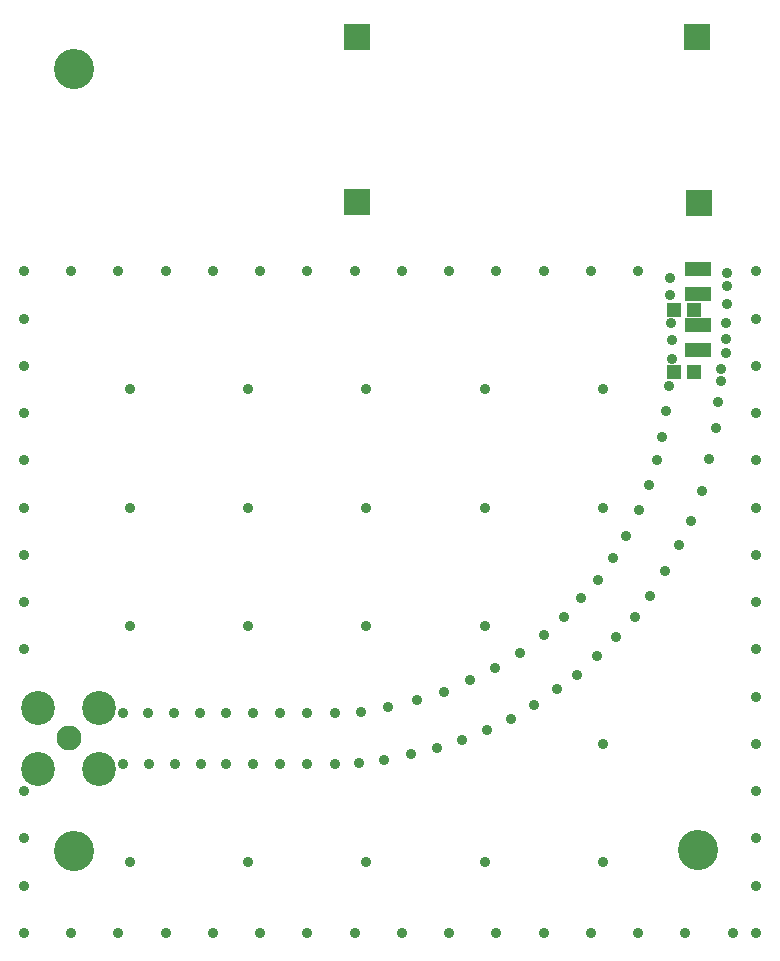
<source format=gbr>
G75*
%MOIN*%
%OFA0B0*%
%FSLAX25Y25*%
%IPPOS*%
%LPD*%
%AMOC8*
5,1,8,0,0,1.08239X$1,22.5*
%
%ADD10C,0.13398*%
%ADD11R,0.09068X0.09068*%
%ADD12R,0.08674X0.08674*%
%ADD13R,0.08595X0.04816*%
%ADD14C,0.08300*%
%ADD15C,0.11300*%
%ADD16R,0.05131X0.04737*%
%ADD17C,0.03581*%
D10*
X0066975Y0036433D03*
X0275242Y0036827D03*
X0066975Y0297063D03*
D11*
X0161541Y0307969D03*
X0161541Y0252850D03*
D12*
X0275321Y0252457D03*
X0274927Y0307969D03*
D13*
X0275242Y0230543D03*
X0275242Y0222043D03*
X0275242Y0212000D03*
X0275242Y0203500D03*
D14*
X0065321Y0074031D03*
D15*
X0055282Y0063993D03*
X0055282Y0084070D03*
X0075360Y0084070D03*
X0075360Y0063993D03*
D16*
X0267250Y0196157D03*
X0273943Y0196157D03*
X0273786Y0216945D03*
X0267093Y0216945D03*
D17*
X0050439Y0009268D03*
X0050439Y0025016D03*
X0050439Y0040764D03*
X0050439Y0056512D03*
X0083510Y0065567D03*
X0092171Y0065567D03*
X0100833Y0065567D03*
X0109494Y0065567D03*
X0117762Y0065567D03*
X0126817Y0065567D03*
X0135872Y0065567D03*
X0144927Y0065567D03*
X0153982Y0065567D03*
X0162250Y0065961D03*
X0170518Y0066748D03*
X0179573Y0068717D03*
X0188234Y0070685D03*
X0196502Y0073441D03*
X0204770Y0076984D03*
X0212644Y0080528D03*
X0220518Y0085252D03*
X0227998Y0090370D03*
X0234691Y0095094D03*
X0241384Y0101394D03*
X0247683Y0107693D03*
X0253982Y0114386D03*
X0259101Y0121472D03*
X0264219Y0129740D03*
X0268943Y0138402D03*
X0272880Y0146669D03*
X0276423Y0156512D03*
X0278786Y0167142D03*
X0281148Y0177378D03*
X0281935Y0186039D03*
X0282723Y0193126D03*
X0282723Y0197063D03*
X0284297Y0202575D03*
X0284297Y0207299D03*
X0284297Y0212417D03*
X0284691Y0218717D03*
X0284691Y0225016D03*
X0284691Y0229346D03*
X0294534Y0229740D03*
X0294534Y0213992D03*
X0294534Y0198244D03*
X0294534Y0182496D03*
X0294534Y0166748D03*
X0294534Y0151000D03*
X0294534Y0135252D03*
X0294534Y0119504D03*
X0294534Y0103756D03*
X0294534Y0088008D03*
X0294534Y0072260D03*
X0294534Y0056512D03*
X0294534Y0040764D03*
X0294534Y0025016D03*
X0294534Y0009268D03*
X0286660Y0009268D03*
X0270912Y0009268D03*
X0255164Y0009268D03*
X0239416Y0009268D03*
X0223667Y0009268D03*
X0207919Y0009268D03*
X0192171Y0009268D03*
X0176423Y0009268D03*
X0160675Y0009268D03*
X0144927Y0009268D03*
X0129179Y0009268D03*
X0113431Y0009268D03*
X0097683Y0009268D03*
X0081935Y0009268D03*
X0066187Y0009268D03*
X0085872Y0032890D03*
X0125242Y0032890D03*
X0164612Y0032890D03*
X0203982Y0032890D03*
X0243353Y0032890D03*
X0243353Y0072260D03*
X0215793Y0102575D03*
X0207526Y0097457D03*
X0199258Y0093520D03*
X0190597Y0089583D03*
X0181541Y0086827D03*
X0171699Y0084465D03*
X0162644Y0082890D03*
X0153982Y0082496D03*
X0144927Y0082496D03*
X0135872Y0082496D03*
X0126817Y0082496D03*
X0117762Y0082496D03*
X0109101Y0082496D03*
X0100439Y0082496D03*
X0091778Y0082496D03*
X0083510Y0082496D03*
X0085872Y0111630D03*
X0050439Y0119504D03*
X0050439Y0135252D03*
X0050439Y0151000D03*
X0050439Y0166748D03*
X0050439Y0182496D03*
X0050439Y0198244D03*
X0050439Y0213992D03*
X0050439Y0229740D03*
X0066187Y0229740D03*
X0081935Y0229740D03*
X0097683Y0229740D03*
X0113431Y0229740D03*
X0129179Y0229740D03*
X0144927Y0229740D03*
X0160675Y0229740D03*
X0176423Y0229740D03*
X0192171Y0229740D03*
X0207919Y0229740D03*
X0223667Y0229740D03*
X0239416Y0229740D03*
X0255164Y0229740D03*
X0265793Y0227378D03*
X0265793Y0221866D03*
X0266187Y0212417D03*
X0266581Y0206906D03*
X0266581Y0200606D03*
X0265400Y0191551D03*
X0264612Y0183283D03*
X0263038Y0174622D03*
X0261463Y0166748D03*
X0258707Y0158480D03*
X0255557Y0150213D03*
X0251227Y0141551D03*
X0246896Y0134071D03*
X0241778Y0126984D03*
X0236266Y0120685D03*
X0230360Y0114386D03*
X0223667Y0108480D03*
X0203982Y0111630D03*
X0203982Y0151000D03*
X0164612Y0151000D03*
X0164612Y0111630D03*
X0125242Y0111630D03*
X0125242Y0151000D03*
X0085872Y0151000D03*
X0085872Y0190370D03*
X0125242Y0190370D03*
X0164612Y0190370D03*
X0203982Y0190370D03*
X0243353Y0190370D03*
X0243353Y0151000D03*
X0050439Y0103756D03*
M02*

</source>
